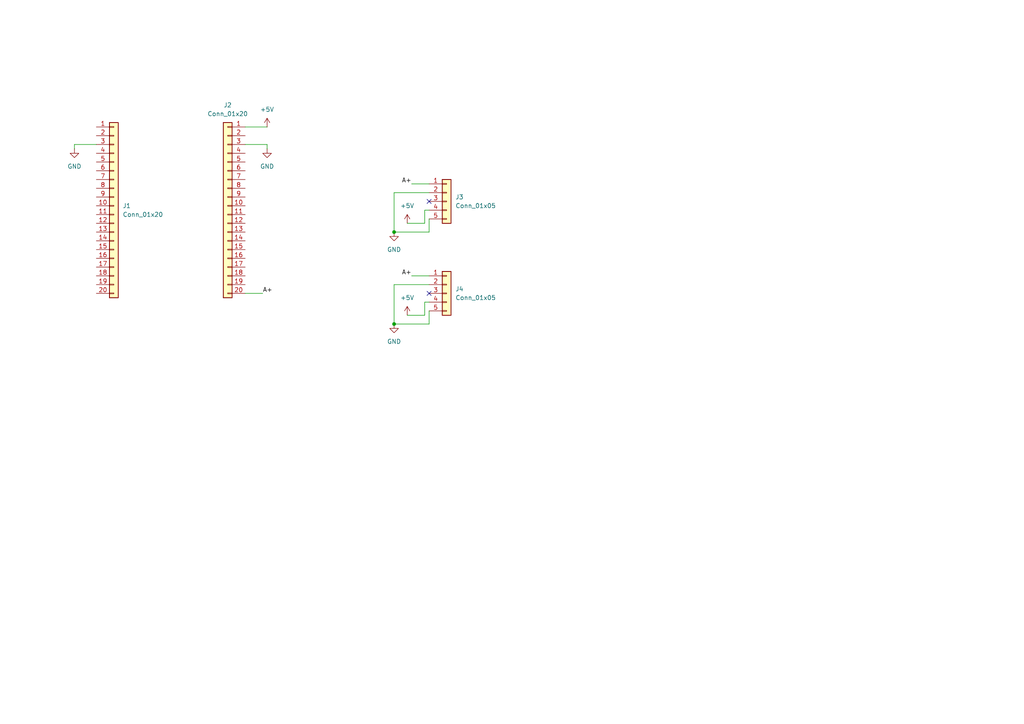
<source format=kicad_sch>
(kicad_sch (version 20231120) (generator "eeschema") (generator_version "8.0")
  (paper "A4")
  (lib_symbols
    (symbol "Connector_Generic:Conn_01x05" (pin_names (offset 1.016) hide)
      (property "Reference" "J" (at 0 7.62 0))
      (property "Value" "Conn_01x05" (at 0 -7.62 0))
      (symbol "Conn_01x05_1_1"
        (rectangle (start -1.27 -4.953) (end 0 -5.207) (stroke (width 0.1524)))
        (rectangle (start -1.27 -2.413) (end 0 -2.667) (stroke (width 0.1524)))
        (rectangle (start -1.27 0.127) (end 0 -0.127) (stroke (width 0.1524)))
        (rectangle (start -1.27 2.667) (end 0 2.413) (stroke (width 0.1524)))
        (rectangle (start -1.27 5.207) (end 0 4.953) (stroke (width 0.1524)))
        (rectangle (start -1.27 6.35) (end 1.27 -6.35) (stroke (width 0.254)) (fill (type background)))
        (pin passive line (at -5.08 5.08 0) (length 3.81) (name "Pin_1") (number "1"))
        (pin passive line (at -5.08 2.54 0) (length 3.81) (name "Pin_2") (number "2"))
        (pin passive line (at -5.08 0 0) (length 3.81) (name "Pin_3") (number "3"))
        (pin passive line (at -5.08 -2.54 0) (length 3.81) (name "Pin_4") (number "4"))
        (pin passive line (at -5.08 -5.08 0) (length 3.81) (name "Pin_5") (number "5"))
      )
    )
    (symbol "Connector_Generic:Conn_01x20" (pin_names (offset 1.016) hide)
      (property "Reference" "J" (at 0 25.4 0))
      (property "Value" "Conn_01x20" (at 0 -27.94 0))
      (symbol "Conn_01x20_1_1"
        (rectangle (start -1.27 -25.273) (end 0 -25.527) (stroke (width 0.1524)))
        (rectangle (start -1.27 -22.733) (end 0 -22.987) (stroke (width 0.1524)))
        (rectangle (start -1.27 -20.193) (end 0 -20.447) (stroke (width 0.1524)))
        (rectangle (start -1.27 -17.653) (end 0 -17.907) (stroke (width 0.1524)))
        (rectangle (start -1.27 -15.113) (end 0 -15.367) (stroke (width 0.1524)))
        (rectangle (start -1.27 -12.573) (end 0 -12.827) (stroke (width 0.1524)))
        (rectangle (start -1.27 -10.033) (end 0 -10.287) (stroke (width 0.1524)))
        (rectangle (start -1.27 -7.493) (end 0 -7.747) (stroke (width 0.1524)))
        (rectangle (start -1.27 -4.953) (end 0 -5.207) (stroke (width 0.1524)))
        (rectangle (start -1.27 -2.413) (end 0 -2.667) (stroke (width 0.1524)))
        (rectangle (start -1.27 0.127) (end 0 -0.127) (stroke (width 0.1524)))
        (rectangle (start -1.27 2.667) (end 0 2.413) (stroke (width 0.1524)))
        (rectangle (start -1.27 5.207) (end 0 4.953) (stroke (width 0.1524)))
        (rectangle (start -1.27 7.747) (end 0 7.493) (stroke (width 0.1524)))
        (rectangle (start -1.27 10.287) (end 0 10.033) (stroke (width 0.1524)))
        (rectangle (start -1.27 12.827) (end 0 12.573) (stroke (width 0.1524)))
        (rectangle (start -1.27 15.367) (end 0 15.113) (stroke (width 0.1524)))
        (rectangle (start -1.27 17.907) (end 0 17.653) (stroke (width 0.1524)))
        (rectangle (start -1.27 20.447) (end 0 20.193) (stroke (width 0.1524)))
        (rectangle (start -1.27 22.987) (end 0 22.733) (stroke (width 0.1524)))
        (rectangle (start -1.27 24.13) (end 1.27 -26.67) (stroke (width 0.254)) (fill (type background)))
        (pin passive line (at -5.08 22.86 0) (length 3.81) (name "Pin_1") (number "1"))
        (pin passive line (at -5.08 0 0) (length 3.81) (name "Pin_10") (number "10"))
        (pin passive line (at -5.08 -2.54 0) (length 3.81) (name "Pin_11") (number "11"))
        (pin passive line (at -5.08 -5.08 0) (length 3.81) (name "Pin_12") (number "12"))
        (pin passive line (at -5.08 -7.62 0) (length 3.81) (name "Pin_13") (number "13"))
        (pin passive line (at -5.08 -10.16 0) (length 3.81) (name "Pin_14") (number "14"))
        (pin passive line (at -5.08 -12.7 0) (length 3.81) (name "Pin_15") (number "15"))
        (pin passive line (at -5.08 -15.24 0) (length 3.81) (name "Pin_16") (number "16"))
        (pin passive line (at -5.08 -17.78 0) (length 3.81) (name "Pin_17") (number "17"))
        (pin passive line (at -5.08 -20.32 0) (length 3.81) (name "Pin_18") (number "18"))
        (pin passive line (at -5.08 -22.86 0) (length 3.81) (name "Pin_19") (number "19"))
        (pin passive line (at -5.08 20.32 0) (length 3.81) (name "Pin_2") (number "2"))
        (pin passive line (at -5.08 -25.4 0) (length 3.81) (name "Pin_20") (number "20"))
        (pin passive line (at -5.08 17.78 0) (length 3.81) (name "Pin_3") (number "3"))
        (pin passive line (at -5.08 15.24 0) (length 3.81) (name "Pin_4") (number "4"))
        (pin passive line (at -5.08 12.7 0) (length 3.81) (name "Pin_5") (number "5"))
        (pin passive line (at -5.08 10.16 0) (length 3.81) (name "Pin_6") (number "6"))
        (pin passive line (at -5.08 7.62 0) (length 3.81) (name "Pin_7") (number "7"))
        (pin passive line (at -5.08 5.08 0) (length 3.81) (name "Pin_8") (number "8"))
        (pin passive line (at -5.08 2.54 0) (length 3.81) (name "Pin_9") (number "9"))
      )
    )
    (symbol "power:+5V" (power) (pin_numbers hide) (pin_names (offset 0) hide)
      (property "Value" "+5V" (at 0 3.556 0))
      (symbol "+5V_0_1"
        (polyline (pts (xy -0.762 1.27) (xy 0 2.54)))
        (polyline (pts (xy 0 0) (xy 0 2.54)))
        (polyline (pts (xy 0 2.54) (xy 0.762 1.27)))
      )
      (symbol "+5V_1_1"
        (pin power_in line (at 0 0 90) (length 0) (name "~") (number "1"))
      )
    )
    (symbol "power:GND" (power) (pin_numbers hide) (pin_names (offset 0) hide)
      (property "Value" "GND" (at 0 -3.81 0))
      (symbol "GND_0_1"
        (polyline (pts (xy 0 0) (xy 0 -1.27) (xy 1.27 -1.27) (xy 0 -2.54) (xy -1.27 -1.27) (xy 0 -1.27)))
      )
      (symbol "GND_1_1"
        (pin power_in line (at 0 0 270) (length 0) (name "~") (number "1"))
      )
    )
  )
  (junction (at 114.3 93.98))
  (junction (at 114.3 67.31))
  (no_connect (at 124.46 85.09))
  (no_connect (at 124.46 58.42))
  (wire (pts (xy 114.3 93.98) (xy 124.46 93.98)))
  (wire (pts (xy 123.19 87.63) (xy 123.19 91.44)))
  (wire (pts (xy 114.3 67.31) (xy 114.3 55.88)))
  (wire (pts (xy 114.3 67.31) (xy 124.46 67.31)))
  (wire (pts (xy 21.59 43.18) (xy 21.59 41.91)))
  (wire (pts (xy 118.11 64.77) (xy 123.19 64.77)))
  (wire (pts (xy 77.47 41.91) (xy 77.47 43.18)))
  (wire (pts (xy 71.12 85.09) (xy 76.2 85.09)))
  (wire (pts (xy 114.3 82.55) (xy 124.46 82.55)))
  (wire (pts (xy 119.38 53.34) (xy 124.46 53.34)))
  (wire (pts (xy 124.46 93.98) (xy 124.46 90.17)))
  (wire (pts (xy 124.46 60.96) (xy 123.19 60.96)))
  (wire (pts (xy 21.59 41.91) (xy 27.94 41.91)))
  (wire (pts (xy 124.46 87.63) (xy 123.19 87.63)))
  (wire (pts (xy 114.3 55.88) (xy 124.46 55.88)))
  (wire (pts (xy 119.38 80.01) (xy 124.46 80.01)))
  (wire (pts (xy 114.3 93.98) (xy 114.3 82.55)))
  (wire (pts (xy 123.19 60.96) (xy 123.19 64.77)))
  (wire (pts (xy 71.12 41.91) (xy 77.47 41.91)))
  (wire (pts (xy 118.11 91.44) (xy 123.19 91.44)))
  (wire (pts (xy 71.12 36.83) (xy 77.47 36.83)))
  (wire (pts (xy 124.46 67.31) (xy 124.46 63.5)))
  (label "A+" (at 76.2 85.09 0))
  (label "A+" (at 119.38 80.01 180))
  (label "A+" (at 119.38 53.34 180))
  (symbol (lib_id "power:+5V") (at 118.11 91.44 0) (unit 1)
    (property "Reference" "#PWR06" (effects (hide yes)))
    (property "Value" "+5V" (at 118.11 86.36 0))
    (property "Description" "Power symbol creates a global label with name \"+5V\"" (effects (hide yes)))
  )
  (symbol (lib_id "power:GND") (at 114.3 93.98 0) (unit 1)
    (property "Reference" "#PWR05" (effects (hide yes)))
    (property "Value" "GND" (at 114.3 99.06 0))
    (property "Description" "Power symbol creates a global label with name \"GND\" , ground" (effects (hide yes)))
  )
  (symbol (lib_id "power:GND") (at 114.3 67.31 0) (unit 1)
    (property "Reference" "#PWR03" (effects (hide yes)))
    (property "Value" "GND" (at 114.3 72.39 0))
    (property "Description" "Power symbol creates a global label with name \"GND\" , ground" (effects (hide yes)))
  )
  (symbol (lib_id "Connector_Generic:Conn_01x05") (at 129.54 85.09 0) (unit 1)
    (property "Reference" "J4" (at 132.08 83.8199 0) (effects (justify left)))
    (property "Value" "Conn_01x05" (at 132.08 86.3599 0) (effects (justify left)))
    (property "Footprint" "Connector_PinSocket_2.54mm:PinSocket_1x05_P2.54mm_Vertical" (effects (hide yes)))
    (property "Description" "Generic connector, single row, 01x05, script generated (kicad-library-utils/schlib/autogen/connector/)" (effects (hide yes)))
  )
  (symbol (lib_id "Connector_Generic:Conn_01x20") (at 66.04 59.69 0) (mirror y) (unit 1)
    (property "Reference" "J2" (at 66.04 30.48 0))
    (property "Value" "Conn_01x20" (at 66.04 33.02 0))
    (property "Footprint" "Connector_PinSocket_2.54mm:PinSocket_1x20_P2.54mm_Vertical" (effects (hide yes)))
    (property "Description" "Generic connector, single row, 01x20, script generated (kicad-library-utils/schlib/autogen/connector/)" (effects (hide yes)))
  )
  (symbol (lib_id "Connector_Generic:Conn_01x05") (at 129.54 58.42 0) (unit 1)
    (property "Reference" "J3" (at 132.08 57.1499 0) (effects (justify left)))
    (property "Value" "Conn_01x05" (at 132.08 59.6899 0) (effects (justify left)))
    (property "Footprint" "Connector_PinSocket_2.54mm:PinSocket_1x05_P2.54mm_Vertical" (effects (hide yes)))
    (property "Description" "Generic connector, single row, 01x05, script generated (kicad-library-utils/schlib/autogen/connector/)" (effects (hide yes)))
  )
  (symbol (lib_id "power:GND") (at 21.59 43.18 0) (unit 1)
    (property "Reference" "#PWR07" (effects (hide yes)))
    (property "Value" "GND" (at 21.59 48.26 0))
    (property "Description" "Power symbol creates a global label with name \"GND\" , ground" (effects (hide yes)))
  )
  (symbol (lib_id "power:+5V") (at 118.11 64.77 0) (unit 1)
    (property "Reference" "#PWR04" (effects (hide yes)))
    (property "Value" "+5V" (at 118.11 59.69 0))
    (property "Description" "Power symbol creates a global label with name \"+5V\"" (effects (hide yes)))
  )
  (symbol (lib_id "Connector_Generic:Conn_01x20") (at 33.02 59.69 0) (unit 1)
    (property "Reference" "J1" (at 35.56 59.6899 0) (effects (justify left)))
    (property "Value" "Conn_01x20" (at 35.56 62.2299 0) (effects (justify left)))
    (property "Footprint" "Connector_PinSocket_2.54mm:PinSocket_1x20_P2.54mm_Vertical" (effects (hide yes)))
    (property "Description" "Generic connector, single row, 01x20, script generated (kicad-library-utils/schlib/autogen/connector/)" (effects (hide yes)))
  )
  (symbol (lib_id "power:+5V") (at 77.47 36.83 0) (unit 1)
    (property "Reference" "#PWR01" (effects (hide yes)))
    (property "Value" "+5V" (at 77.47 31.75 0))
    (property "Description" "Power symbol creates a global label with name \"+5V\"" (effects (hide yes)))
  )
  (symbol (lib_id "power:GND") (at 77.47 43.18 0) (unit 1)
    (property "Reference" "#PWR02" (effects (hide yes)))
    (property "Value" "GND" (at 77.47 48.26 0))
    (property "Description" "Power symbol creates a global label with name \"GND\" , ground" (effects (hide yes)))
  )
)
</source>
